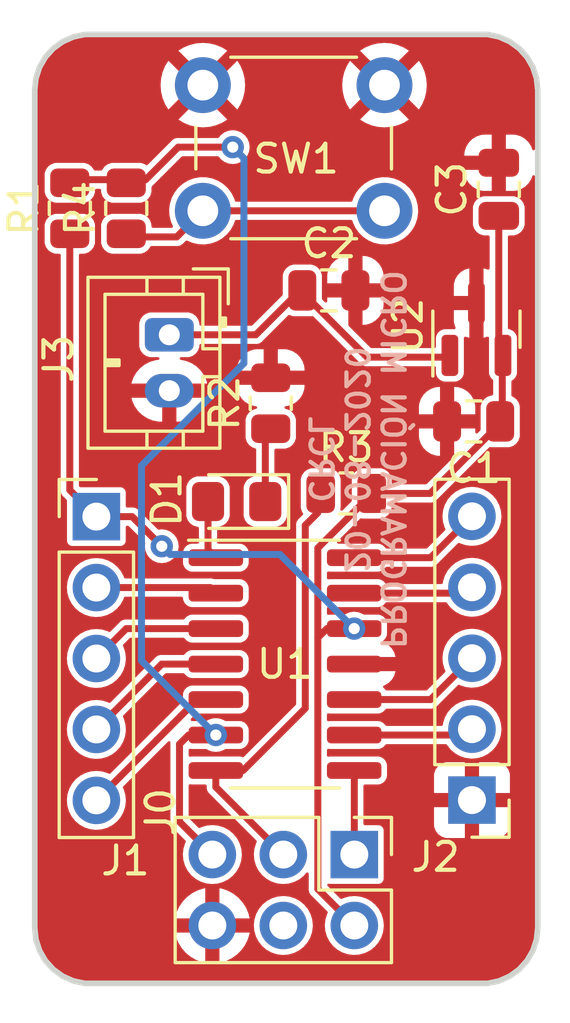
<source format=kicad_pcb>
(kicad_pcb (version 20211014) (generator pcbnew)
  (layers (0 "F.Cu" signal) (31 "B.Cu" signal) (34 "B.Paste" user) (35 "F.Paste" user) (36 "B.SilkS" user "B.Silkscreen") (37 "F.SilkS" user "F.Silkscreen") (38 "B.Mask" user) (39 "F.Mask" user) (44 "Edge.Cuts" user))
  (net 0 "")
  (net 1 "+3V3")
  (net 2 "GND")
  (net 3 "+BATT")
  (net 4 "Net-(D1-Pad1)")
  (net 5 "LED")
  (net 6 "SWDIO")
  (net 7 "SWCLK")
  (net 8 "GPIO_1")
  (net 9 "GPIO_2")
  (net 10 "GPIO_3")
  (net 11 "GPIO_4")
  (net 12 "GPIO_8")
  (net 13 "GPIO_7")
  (net 14 "GPIO_6")
  (net 15 "GPIO_5")
  (net 16 "Net-(R4-Pad1)")
  (net 17 "RESET")
  (footprint "Capacitor_SMD:C_0805_2012Metric" (layer "F.Cu") (at 206.94 95.13 180)
    (fp_text reference "C1" (at 0 -1.68 180) (layer "F.SilkS"))
    (fp_text value "0.1uF")
    (fp_line (start -0.261252 0.735) (end 0.261252 0.735) (layer "F.SilkS") (width 0.12))
    (fp_line (start -0.261252 -0.735) (end 0.261252 -0.735) (layer "F.SilkS") (width 0.12))
    (pad "1" smd roundrect (at -0.95 0 180) (size 1 1.45) (layers "F.Cu" "F.Paste" "F.Mask") (net 1 "+3V3"))
    (pad "2" smd roundrect (at 0.95 0 180) (size 1 1.45) (layers "F.Cu" "F.Paste" "F.Mask") (net 2 "GND"))
  )
  (footprint "Capacitor_SMD:C_0805_2012Metric" (layer "F.Cu") (at 201.76 90.44)
    (fp_text reference "C2" (at 0 -1.68) (layer "F.SilkS"))
    (fp_text value "1uF")
    (fp_line (start -0.261252 0.735) (end 0.261252 0.735) (layer "F.SilkS") (width 0.12))
    (fp_line (start -0.261252 -0.735) (end 0.261252 -0.735) (layer "F.SilkS") (width 0.12))
    (pad "1" smd roundrect (at -0.95 0) (size 1 1.45) (layers "F.Cu" "F.Paste" "F.Mask") (net 3 "+BATT"))
    (pad "2" smd roundrect (at 0.95 0) (size 1 1.45) (layers "F.Cu" "F.Paste" "F.Mask") (net 2 "GND"))
  )
  (footprint "Capacitor_SMD:C_0805_2012Metric" (layer "F.Cu") (at 207.84 86.82 90)
    (fp_text reference "C3" (at 0 -1.68 90) (layer "F.SilkS"))
    (fp_text value "1uF")
    (fp_line (start -0.261252 0.735) (end 0.261252 0.735) (layer "F.SilkS") (width 0.12))
    (fp_line (start -0.261252 -0.735) (end 0.261252 -0.735) (layer "F.SilkS") (width 0.12))
    (pad "1" smd roundrect (at -0.95 0 90) (size 1 1.45) (layers "F.Cu" "F.Paste" "F.Mask") (net 1 "+3V3"))
    (pad "2" smd roundrect (at 0.95 0 90) (size 1 1.45) (layers "F.Cu" "F.Paste" "F.Mask") (net 2 "GND"))
  )
  (footprint "LED_SMD:LED_0805_2012Metric_Pad1.15x1.40mm_HandSolder" (layer "F.Cu") (at 198.46 98 180)
    (fp_text reference "D1" (at 2.5 0.08 270) (layer "F.SilkS"))
    (fp_text value "LED")
    (fp_line (start 1 -0.96) (end -1.86 -0.96) (layer "F.SilkS") (width 0.12))
    (fp_line (start -1.86 -0.96) (end -1.86 0.96) (layer "F.SilkS") (width 0.12))
    (fp_line (start -1.86 0.96) (end 1 0.96) (layer "F.SilkS") (width 0.12))
    (pad "1" smd roundrect (at -1.025 0 180) (size 1.15 1.4) (layers "F.Cu" "F.Paste" "F.Mask") (roundrect_rratio 0.217391) (net 4 "Net-(D1-Pad1)"))
    (pad "2" smd roundrect (at 1.025 0 180) (size 1.15 1.4) (layers "F.Cu" "F.Paste" "F.Mask") (roundrect_rratio 0.217391) (net 5 "LED"))
  )
  (footprint "Connector_PinHeader_2.54mm:PinHeader_2x03_P2.54mm_Vertical" (layer "F.Cu") (at 202.67 110.64 -90)
    (fp_text reference "J0" (at -1.52 6.93 90) (layer "F.SilkS"))
    (fp_text value "SWD_PGM")
    (fp_line (start -1.33 -1.33) (end 0 -1.33) (layer "F.SilkS") (width 0.12))
    (fp_line (start -1.33 1.27) (end 1.27 1.27) (layer "F.SilkS") (width 0.12))
    (fp_line (start 1.27 1.27) (end 1.27 -1.33) (layer "F.SilkS") (width 0.12))
    (fp_line (start 1.27 -1.33) (end 3.87 -1.33) (layer "F.SilkS") (width 0.12))
    (fp_line (start -1.33 0) (end -1.33 -1.33) (layer "F.SilkS") (width 0.12))
    (fp_line (start -1.33 6.41) (end 3.87 6.41) (layer "F.SilkS") (width 0.12))
    (fp_line (start 3.87 -1.33) (end 3.87 6.41) (layer "F.SilkS") (width 0.12))
    (fp_line (start -1.33 1.27) (end -1.33 6.41) (layer "F.SilkS") (width 0.12))
    (pad "1" thru_hole rect (at 0 0 270) (size 1.7 1.7) (drill 1) (layers *.Cu *.Mask) (net 6 "SWDIO"))
    (pad "2" thru_hole oval (at 2.54 0 270) (size 1.7 1.7) (drill 1) (layers *.Cu *.Mask) (net 1 "+3V3"))
    (pad "3" thru_hole oval (at 0 2.54 270) (size 1.7 1.7) (drill 1) (layers *.Cu *.Mask) (net 7 "SWCLK"))
    (pad "4" thru_hole oval (at 2.54 2.54 270) (size 1.7 1.7) (drill 1) (layers *.Cu *.Mask))
    (pad "5" thru_hole oval (at 0 5.08 270) (size 1.7 1.7) (drill 1) (layers *.Cu *.Mask) (net 17 "RESET"))
    (pad "6" thru_hole oval (at 2.54 5.08 270) (size 1.7 1.7) (drill 1) (layers *.Cu *.Mask) (net 2 "GND"))
  )
  (footprint "Connector_PinHeader_2.54mm:PinHeader_1x05_P2.54mm_Vertical" (layer "F.Cu") (at 193.44 98.54)
    (fp_text reference "J1" (at 1.04 12.32) (layer "F.SilkS"))
    (fp_text value "GPIO_A")
    (fp_line (start -1.33 0) (end -1.33 -1.33) (layer "F.SilkS") (width 0.12))
    (fp_line (start -1.33 -1.33) (end 0 -1.33) (layer "F.SilkS") (width 0.12))
    (fp_line (start -1.33 1.27) (end -1.33 11.49) (layer "F.SilkS") (width 0.12))
    (fp_line (start 1.33 1.27) (end 1.33 11.49) (layer "F.SilkS") (width 0.12))
    (fp_line (start -1.33 11.49) (end 1.33 11.49) (layer "F.SilkS") (width 0.12))
    (fp_line (start -1.33 1.27) (end 1.33 1.27) (layer "F.SilkS") (width 0.12))
    (pad "1" thru_hole rect (at 0 0) (size 1.7 1.7) (drill 1) (layers *.Cu *.Mask) (net 1 "+3V3"))
    (pad "2" thru_hole oval (at 0 2.54) (size 1.7 1.7) (drill 1) (layers *.Cu *.Mask) (net 8 "GPIO_1"))
    (pad "3" thru_hole oval (at 0 5.08) (size 1.7 1.7) (drill 1) (layers *.Cu *.Mask) (net 9 "GPIO_2"))
    (pad "4" thru_hole oval (at 0 7.62) (size 1.7 1.7) (drill 1) (layers *.Cu *.Mask) (net 10 "GPIO_3"))
    (pad "5" thru_hole oval (at 0 10.16) (size 1.7 1.7) (drill 1) (layers *.Cu *.Mask) (net 11 "GPIO_4"))
  )
  (footprint "Connector_JST:JST_PH_B2B-PH-K_1x02_P2.00mm_Vertical" (layer "F.Cu") (at 196.05 92.03 -90)
    (fp_text reference "J3" (at 0.86 3.96 90) (layer "F.SilkS"))
    (fp_text value "Battery")
    (fp_line (start 3.45 2.3) (end 3.45 -1.2) (layer "F.SilkS") (width 0.12))
    (fp_line (start 4.06 -1.81) (end -2.06 -1.81) (layer "F.SilkS") (width 0.12))
    (fp_line (start 0.9 1.8) (end 1.1 1.8) (layer "F.SilkS") (width 0.12))
    (fp_line (start -0.6 -2.01) (end -0.6 -1.81) (layer "F.SilkS") (width 0.12))
    (fp_line (start 0.5 -1.81) (end 0.5 -1.2) (layer "F.SilkS") (width 0.12))
    (fp_line (start 1 2.3) (end 1 1.8) (layer "F.SilkS") (width 0.12))
    (fp_line (start -0.3 -1.81) (end -0.3 -2.01) (layer "F.SilkS") (width 0.12))
    (fp_line (start 4.06 -0.5) (end 3.45 -0.5) (layer "F.SilkS") (width 0.12))
    (fp_line (start -1.11 -2.11) (end -2.36 -2.11) (layer "F.SilkS") (width 0.12))
    (fp_line (start 4.06 0.8) (end 3.45 0.8) (layer "F.SilkS") (width 0.12))
    (fp_line (start -2.06 -1.81) (end -2.06 2.91) (layer "F.SilkS") (width 0.12))
    (fp_line (start -2.06 2.91) (end 4.06 2.91) (layer "F.SilkS") (width 0.12))
    (fp_line (start -2.06 -0.5) (end -1.45 -0.5) (layer "F.SilkS") (width 0.12))
    (fp_line (start -0.3 -2.01) (end -0.6 -2.01) (layer "F.SilkS") (width 0.12))
    (fp_line (start 4.06 2.91) (end 4.06 -1.81) (layer "F.SilkS") (width 0.12))
    (fp_line (start 0.5 -1.2) (end -1.45 -1.2) (layer "F.SilkS") (width 0.12))
    (fp_line (start 3.45 -1.2) (end 1.5 -1.2) (layer "F.SilkS") (width 0.12))
    (fp_line (start -2.36 -2.11) (end -2.36 -0.86) (layer "F.SilkS") (width 0.12))
    (fp_line (start -2.06 0.8) (end -1.45 0.8) (layer "F.SilkS") (width 0.12))
    (fp_line (start 0.9 2.3) (end 0.9 1.8) (layer "F.SilkS") (width 0.12))
    (fp_line (start -0.3 -1.91) (end -0.6 -1.91) (layer "F.SilkS") (width 0.12))
    (fp_line (start -1.45 2.3) (end 3.45 2.3) (layer "F.SilkS") (width 0.12))
    (fp_line (start 1.1 1.8) (end 1.1 2.3) (layer "F.SilkS") (width 0.12))
    (fp_line (start -1.45 -1.2) (end -1.45 2.3) (layer "F.SilkS") (width 0.12))
    (fp_line (start 1.5 -1.2) (end 1.5 -1.81) (layer "F.SilkS") (width 0.12))
    (pad "1" thru_hole roundrect (at 0 0 270) (size 1.2 1.75) (drill 0.75) (layers *.Cu *.Mask) (roundrect_rratio 0.208333) (net 3 "+BATT"))
    (pad "2" thru_hole oval (at 2 0 270) (size 1.2 1.75) (drill 0.75) (layers *.Cu *.Mask) (net 2 "GND"))
  )
  (footprint "Resistor_SMD:R_0805_2012Metric" (layer "F.Cu") (at 192.49 87.5 90)
    (fp_text reference "R1" (at 0 -1.65 90) (layer "F.SilkS"))
    (fp_text value "10k")
    (fp_line (start -0.227064 -0.735) (end 0.227064 -0.735) (layer "F.SilkS") (width 0.12))
    (fp_line (start -0.227064 0.735) (end 0.227064 0.735) (layer "F.SilkS") (width 0.12))
    (pad "1" smd roundrect (at -0.9125 0 90) (size 1.025 1.4) (layers "F.Cu" "F.Paste" "F.Mask") (roundrect_rratio 0.243902) (net 1 "+3V3"))
    (pad "2" smd roundrect (at 0.9125 0 90) (size 1.025 1.4) (layers "F.Cu" "F.Paste" "F.Mask") (roundrect_rratio 0.243902) (net 17 "RESET"))
  )
  (footprint "Resistor_SMD:R_0805_2012Metric" (layer "F.Cu") (at 199.68 94.48 90)
    (fp_text reference "R2" (at 0 -1.65 90) (layer "F.SilkS"))
    (fp_text value "1k")
    (fp_line (start -0.227064 0.735) (end 0.227064 0.735) (layer "F.SilkS") (width 0.12))
    (fp_line (start -0.227064 -0.735) (end 0.227064 -0.735) (layer "F.SilkS") (width 0.12))
    (pad "1" smd roundrect (at -0.9125 0 90) (size 1.025 1.4) (layers "F.Cu" "F.Paste" "F.Mask") (roundrect_rratio 0.243902) (net 4 "Net-(D1-Pad1)"))
    (pad "2" smd roundrect (at 0.9125 0 90) (size 1.025 1.4) (layers "F.Cu" "F.Paste" "F.Mask") (roundrect_rratio 0.243902) (net 2 "GND"))
  )
  (footprint "Resistor_SMD:R_0805_2012Metric" (layer "F.Cu") (at 194.51 87.5 90)
    (fp_text reference "R4" (at 0 -1.65 90) (layer "F.SilkS"))
    (fp_text value "330R")
    (fp_line (start -0.227064 -0.735) (end 0.227064 -0.735) (layer "F.SilkS") (width 0.12))
    (fp_line (start -0.227064 0.735) (end 0.227064 0.735) (layer "F.SilkS") (width 0.12))
    (pad "1" smd roundrect (at -0.9125 0 90) (size 1.025 1.4) (layers "F.Cu" "F.Paste" "F.Mask") (roundrect_rratio 0.243902) (net 16 "Net-(R4-Pad1)"))
    (pad "2" smd roundrect (at 0.9125 0 90) (size 1.025 1.4) (layers "F.Cu" "F.Paste" "F.Mask") (roundrect_rratio 0.243902) (net 17 "RESET"))
  )
  (footprint "Resistor_SMD:R_0805_2012Metric" (layer "F.Cu") (at 202.38 97.71)
    (fp_text reference "R3" (at 0 -1.65) (layer "F.SilkS"))
    (fp_text value "1k")
    (fp_line (start -0.227064 -0.735) (end 0.227064 -0.735) (layer "F.SilkS") (width 0.12))
    (fp_line (start -0.227064 0.735) (end 0.227064 0.735) (layer "F.SilkS") (width 0.12))
    (pad "1" smd roundrect (at -0.9125 0) (size 1.025 1.4) (layers "F.Cu" "F.Paste" "F.Mask") (roundrect_rratio 0.243902) (net 7 "SWCLK"))
    (pad "2" smd roundrect (at 0.9125 0) (size 1.025 1.4) (layers "F.Cu" "F.Paste" "F.Mask") (roundrect_rratio 0.243902) (net 1 "+3V3"))
  )
  (footprint "Button_Switch_THT:SW_PUSH_6mm" (layer "F.Cu") (at 203.75 87.59 180)
    (fp_text reference "SW1" (at 3.165 1.86) (layer "F.SilkS"))
    (fp_text value "SW_Push")
    (fp_line (start 1 5.5) (end 5.5 5.5) (layer "F.SilkS") (width 0.12))
    (fp_line (start -0.25 1.5) (end -0.25 3) (layer "F.SilkS") (width 0.12))
    (fp_line (start 6.75 3) (end 6.75 1.5) (layer "F.SilkS") (width 0.12))
    (fp_line (start 5.5 -1) (end 1 -1) (layer "F.SilkS") (width 0.12))
    (pad "1" thru_hole circle (at 6.5 0 270) (size 2 2) (drill 1.1) (layers *.Cu *.Mask) (net 16 "Net-(R4-Pad1)"))
    (pad "1" thru_hole circle (at 0 0 270) (size 2 2) (drill 1.1) (layers *.Cu *.Mask) (net 16 "Net-(R4-Pad1)"))
    (pad "2" thru_hole circle (at 0 4.5 270) (size 2 2) (drill 1.1) (layers *.Cu *.Mask) (net 2 "GND"))
    (pad "2" thru_hole circle (at 6.5 4.5 270) (size 2 2) (drill 1.1) (layers *.Cu *.Mask) (net 2 "GND"))
  )
  (footprint "Package_SO:SOIC-14_3.9x8.7mm_P1.27mm" (layer "F.Cu") (at 200.19 103.82)
    (fp_text reference "U1" (at 0 0) (layer "F.SilkS"))
    (fp_text value "ATSAMD10C14A-SS")
    (fp_line (start 0 -4.435) (end -3.45 -4.435) (layer "F.SilkS") (width 0.12))
    (fp_line (start 0 4.435) (end 1.95 4.435) (layer "F.SilkS") (width 0.12))
    (fp_line (start 0 4.435) (end -1.95 4.435) (layer "F.SilkS") (width 0.12))
    (fp_line (start 0 -4.435) (end 1.95 -4.435) (layer "F.SilkS") (width 0.12))
    (pad "1" smd roundrect (at -2.475 -3.81) (size 1.95 0.6) (layers "F.Cu" "F.Paste" "F.Mask") (net 5 "LED"))
    (pad "2" smd roundrect (at -2.475 -2.54) (size 1.95 0.6) (layers "F.Cu" "F.Paste" "F.Mask") (net 8 "GPIO_1"))
    (pad "3" smd roundrect (at -2.475 -1.27) (size 1.95 0.6) (layers "F.Cu" "F.Paste" "F.Mask") (net 9 "GPIO_2"))
    (pad "4" smd roundrect (at -2.475 0) (size 1.95 0.6) (layers "F.Cu" "F.Paste" "F.Mask") (net 10 "GPIO_3"))
    (pad "5" smd roundrect (at -2.475 1.27) (size 1.95 0.6) (layers "F.Cu" "F.Paste" "F.Mask") (net 11 "GPIO_4"))
    (pad "6" smd roundrect (at -2.475 2.54) (size 1.95 0.6) (layers "F.Cu" "F.Paste" "F.Mask") (net 17 "RESET"))
    (pad "7" smd roundrect (at -2.475 3.81) (size 1.95 0.6) (layers "F.Cu" "F.Paste" "F.Mask") (net 7 "SWCLK"))
    (pad "8" smd roundrect (at 2.475 3.81) (size 1.95 0.6) (layers "F.Cu" "F.Paste" "F.Mask") (net 6 "SWDIO"))
    (pad "9" smd roundrect (at 2.475 2.54) (size 1.95 0.6) (layers "F.Cu" "F.Paste" "F.Mask") (net 12 "GPIO_8"))
    (pad "10" smd roundrect (at 2.475 1.27) (size 1.95 0.6) (layers "F.Cu" "F.Paste" "F.Mask") (net 13 "GPIO_7"))
    (pad "11" smd roundrect (at 2.475 0) (size 1.95 0.6) (layers "F.Cu" "F.Paste" "F.Mask") (net 2 "GND"))
    (pad "12" smd roundrect (at 2.475 -1.27) (size 1.95 0.6) (layers "F.Cu" "F.Paste" "F.Mask") (net 1 "+3V3"))
    (pad "13" smd roundrect (at 2.475 -2.54) (size 1.95 0.6) (layers "F.Cu" "F.Paste" "F.Mask") (net 14 "GPIO_6"))
    (pad "14" smd roundrect (at 2.475 -3.81) (size 1.95 0.6) (layers "F.Cu" "F.Paste" "F.Mask") (net 15 "GPIO_5"))
  )
  (footprint "Package_TO_SOT_SMD:SOT-23" (layer "F.Cu") (at 207.04 91.83 90)
    (fp_text reference "U2" (at 0.12 -2.45 90) (layer "F.SilkS"))
    (fp_text value "AP7333-33SRG-7")
    (fp_line (start 0 1.56) (end -0.65 1.56) (layer "F.SilkS") (width 0.12))
    (fp_line (start 0 1.56) (end 0.65 1.56) (layer "F.SilkS") (width 0.12))
    (fp_line (start 0 -1.56) (end 0.65 -1.56) (layer "F.SilkS") (width 0.12))
    (fp_line (start 0 -1.56) (end -1.675 -1.56) (layer "F.SilkS") (width 0.12))
    (pad "1" smd roundrect (at -0.9375 -0.95 90) (size 1.475 0.6) (layers "F.Cu" "F.Paste" "F.Mask") (net 3 "+BATT"))
    (pad "2" smd roundrect (at -0.9375 0.95 90) (size 1.475 0.6) (layers "F.Cu" "F.Paste" "F.Mask") (net 1 "+3V3"))
    (pad "3" smd roundrect (at 0.9375 0 90) (size 1.475 0.6) (layers "F.Cu" "F.Paste" "F.Mask") (net 2 "GND"))
  )
  (footprint "Connector_PinHeader_2.54mm:PinHeader_1x05_P2.54mm_Vertical" (layer "F.Cu") (at 206.88 108.69 180)
    (fp_text reference "J2" (at 1.3 -2.04) (layer "F.SilkS"))
    (fp_text value "GPIO_B")
    (fp_line (start -1.33 11.49) (end 1.33 11.49) (layer "F.SilkS") (width 0.12))
    (fp_line (start -1.33 1.27) (end 1.33 1.27) (layer "F.SilkS") (width 0.12))
    (fp_line (start -1.33 0) (end -1.33 -1.33) (layer "F.SilkS") (width 0.12))
    (fp_line (start -1.33 1.27) (end -1.33 11.49) (layer "F.SilkS") (width 0.12))
    (fp_line (start -1.33 -1.33) (end 0 -1.33) (layer "F.SilkS") (width 0.12))
    (fp_line (start 1.33 1.27) (end 1.33 11.49) (layer "F.SilkS") (width 0.12))
    (pad "1" thru_hole rect (at 0 0 180) (size 1.7 1.7) (drill 1) (layers *.Cu *.Mask) (net 2 "GND"))
    (pad "2" thru_hole oval (at 0 2.54 180) (size 1.7 1.7) (drill 1) (layers *.Cu *.Mask) (net 12 "GPIO_8"))
    (pad "3" thru_hole oval (at 0 5.08 180) (size 1.7 1.7) (drill 1) (layers *.Cu *.Mask) (net 13 "GPIO_7"))
    (pad "4" thru_hole oval (at 0 7.62 180) (size 1.7 1.7) (drill 1) (layers *.Cu *.Mask) (net 14 "GPIO_6"))
    (pad "5" thru_hole oval (at 0 10.16 180) (size 1.7 1.7) (drill 1) (layers *.Cu *.Mask) (net 15 "GPIO_5"))
  )
  (gr_line (start 208.23405 114.996) (end 208.57231 114.7503) (layer "Edge.Cuts") (width 0.2))
  (gr_line (start 209.06114 82.4505) (end 208.85208 82.0884) (layer "Edge.Cuts") (width 0.2))
  (gr_line (start 191.27777 82.8482) (end 191.23405 83.264) (layer "Edge.Cuts") (width 0.2))
  (gr_line (start 209.19033 82.8482) (end 209.06114 82.4505) (layer "Edge.Cuts") (width 0.2))
  (gr_line (start 208.57231 114.7503) (end 208.85208 114.4396) (layer "Edge.Cuts") (width 0.2))
  (gr_line (start 191.61602 82.0884) (end 191.40696 82.4505) (layer "Edge.Cuts") (width 0.2))
  (gr_line (start 209.19033 113.6798) (end 209.23405 113.264) (layer "Edge.Cuts") (width 0.2))
  (gr_line (start 209.23405 113.264) (end 209.23405 83.264) (layer "Edge.Cuts") (width 0.2))
  (gr_line (start 191.61602 114.4396) (end 191.89579 114.7503) (layer "Edge.Cuts") (width 0.2))
  (gr_line (start 191.23405 83.264) (end 191.23405 113.264) (layer "Edge.Cuts") (width 0.2))
  (gr_line (start 192.61602 115.1661) (end 193.025 115.253) (layer "Edge.Cuts") (width 0.2))
  (gr_line (start 209.06114 114.0775) (end 209.19033 113.6798) (layer "Edge.Cuts") (width 0.2))
  (gr_line (start 191.89579 81.7777) (end 191.61602 82.0884) (layer "Edge.Cuts") (width 0.2))
  (gr_line (start 208.85208 82.0884) (end 208.57231 81.7777) (layer "Edge.Cuts") (width 0.2))
  (gr_line (start 207.85208 115.1661) (end 208.23405 114.996) (layer "Edge.Cuts") (width 0.2))
  (gr_line (start 192.23405 114.996) (end 192.61602 115.1661) (layer "Edge.Cuts") (width 0.2))
  (gr_line (start 191.40696 82.4505) (end 191.27777 82.8482) (layer "Edge.Cuts") (width 0.2))
  (gr_line (start 191.89579 114.7503) (end 192.23405 114.996) (layer "Edge.Cuts") (width 0.2))
  (gr_line (start 207.85208 81.3619) (end 207.4431 81.275) (layer "Edge.Cuts") (width 0.2))
  (gr_line (start 191.23405 113.264) (end 191.27777 113.6798) (layer "Edge.Cuts") (width 0.2))
  (gr_line (start 208.23405 81.532) (end 207.85208 81.3619) (layer "Edge.Cuts") (width 0.2))
  (gr_line (start 208.57231 81.7777) (end 208.23405 81.532) (layer "Edge.Cuts") (width 0.2))
  (gr_line (start 191.27777 113.6798) (end 191.40696 114.0775) (layer "Edge.Cuts") (width 0.2))
  (gr_line (start 192.61602 81.3619) (end 192.23405 81.532) (layer "Edge.Cuts") (width 0.2))
  (gr_line (start 192.23405 81.532) (end 191.89579 81.7777) (layer "Edge.Cuts") (width 0.2))
  (gr_line (start 209.23405 83.264) (end 209.19033 82.8482) (layer "Edge.Cuts") (width 0.2))
  (gr_line (start 193.025 81.275) (end 192.61602 81.3619) (layer "Edge.Cuts") (width 0.2))
  (gr_line (start 207.4431 81.275) (end 193.025 81.275) (layer "Edge.Cuts") (width 0.2))
  (gr_line (start 193.025 115.253) (end 207.4431 115.253) (layer "Edge.Cuts") (width 0.2))
  (gr_line (start 208.85208 114.4396) (end 209.06114 114.0775) (layer "Edge.Cuts") (width 0.2))
  (gr_line (start 191.40696 114.0775) (end 191.61602 114.4396) (layer "Edge.Cuts") (width 0.2))
  (gr_line (start 207.4431 115.253) (end 207.85208 115.1661) (layer "Edge.Cuts") (width 0.2))
  (gr_text "PROGRAMACIÓN MICRO\n20-08-2020\nCRCL" (at 202.75 96.5 270) (layer "B.SilkS") (effects (font (size 0.8 0.8)) (justify mirror)))
  (segment (start 194.72 98.54) (end 195.78 99.6) (width 0.25) (layer "F.Cu") (net 1))
  (segment (start 193.44 98.54) (end 194.72 98.54) (width 0.25) (layer "F.Cu") (net 1))
  (segment (start 205.385 97.71) (end 207.965 95.13) (width 0.25) (layer "F.Cu") (net 1))
  (segment (start 202.67 113.18) (end 201.36499 111.87499) (width 0.25) (layer "F.Cu") (net 1))
  (segment (start 201.69 102.55) (end 202.665 102.55) (width 0.25) (layer "F.Cu") (net 1))
  (segment (start 203.405 97.71) (end 203.318232 97.71) (width 0.25) (layer "F.Cu") (net 1))
  (segment (start 192.49 97.59) (end 193.44 98.54) (width 0.25) (layer "F.Cu") (net 1))
  (segment (start 201.36499 111.87499) (end 201.36499 102.87501) (width 0.25) (layer "F.Cu") (net 1))
  (segment (start 201.36499 99.663242) (end 201.36499 102.87501) (width 0.25) (layer "F.Cu") (net 1))
  (segment (start 203.318232 97.71) (end 201.36499 99.663242) (width 0.25) (layer "F.Cu") (net 1))
  (segment (start 207.965 95.13) (end 207.965 92.855) (width 0.25) (layer "F.Cu") (net 1))
  (segment (start 207.84 87.845) (end 207.84 92.68) (width 0.25) (layer "F.Cu") (net 1))
  (segment (start 207.84 92.68) (end 207.99 92.83) (width 0.25) (layer "F.Cu") (net 1))
  (segment (start 203.405 97.71) (end 205.385 97.71) (width 0.25) (layer "F.Cu") (net 1))
  (segment (start 192.49 88.525) (end 192.49 97.59) (width 0.25) (layer "F.Cu") (net 1))
  (segment (start 207.965 92.855) (end 207.99 92.83) (width 0.25) (layer "F.Cu") (net 1))
  (segment (start 201.36499 102.87501) (end 201.69 102.55) (width 0.25) (layer "F.Cu") (net 1))
  (via (at 202.665 102.55) (size 0.8) (drill 0.4) (layers "F.Cu" "B.Cu") (net 1))
  (via (at 195.78 99.6) (size 0.8) (drill 0.4) (layers "F.Cu" "B.Cu") (net 1))
  (segment (start 196.074999 99.894999) (end 200.009999 99.894999) (width 0.25) (layer "B.Cu") (net 1))
  (segment (start 195.78 99.6) (end 196.074999 99.894999) (width 0.25) (layer "B.Cu") (net 1))
  (segment (start 200.009999 99.894999) (end 202.665 102.55) (width 0.25) (layer "B.Cu") (net 1))
  (segment (start 206.09 92.83) (end 203.125 92.83) (width 0.25) (layer "F.Cu") (net 3))
  (segment (start 203.125 92.83) (end 200.735 90.44) (width 0.25) (layer "F.Cu") (net 3))
  (segment (start 196.05 92.03) (end 199.145 92.03) (width 0.25) (layer "F.Cu") (net 3))
  (segment (start 199.145 92.03) (end 200.735 90.44) (width 0.25) (layer "F.Cu") (net 3))
  (segment (start 199.595 95.59) (end 199.68 95.505) (width 0.25) (layer "F.Cu") (net 4))
  (segment (start 199.485 98) (end 199.485 95.7) (width 0.25) (layer "F.Cu") (net 4))
  (segment (start 199.485 95.7) (end 199.68 95.505) (width 0.25) (layer "F.Cu") (net 4))
  (segment (start 197.435 98) (end 197.435 99.73) (width 0.25) (layer "F.Cu") (net 5))
  (segment (start 197.435 99.73) (end 197.715 100.01) (width 0.25) (layer "F.Cu") (net 5))
  (segment (start 202.67 107.635) (end 202.665 107.63) (width 0.25) (layer "F.Cu") (net 6))
  (segment (start 202.67 110.64) (end 202.67 107.635) (width 0.25) (layer "F.Cu") (net 6))
  (segment (start 197.715 107.63) (end 198.69 107.63) (width 0.25) (layer "F.Cu") (net 7))
  (segment (start 200.91498 98.85002) (end 200.91498 105.40502) (width 0.25) (layer "F.Cu") (net 7))
  (segment (start 200.13 110.64) (end 197.715 108.225) (width 0.25) (layer "F.Cu") (net 7))
  (segment (start 198.69 107.63) (end 200.91498 105.40502) (width 0.25) (layer "F.Cu") (net 7))
  (segment (start 197.715 108.225) (end 197.715 107.63) (width 0.25) (layer "F.Cu") (net 7))
  (segment (start 201.355 98.41) (end 200.91498 98.85002) (width 0.25) (layer "F.Cu") (net 7))
  (segment (start 201.355 97.71) (end 201.355 98.41) (width 0.25) (layer "F.Cu") (net 7))
  (segment (start 193.44 101.08) (end 197.515 101.08) (width 0.25) (layer "F.Cu") (net 8))
  (segment (start 197.515 101.08) (end 197.715 101.28) (width 0.25) (layer "F.Cu") (net 8))
  (segment (start 193.44 103.62) (end 194.51 102.55) (width 0.25) (layer "F.Cu") (net 9))
  (segment (start 194.51 102.55) (end 197.715 102.55) (width 0.25) (layer "F.Cu") (net 9))
  (segment (start 195.78 103.82) (end 197.715 103.82) (width 0.25) (layer "F.Cu") (net 10))
  (segment (start 193.44 106.16) (end 195.78 103.82) (width 0.25) (layer "F.Cu") (net 10))
  (segment (start 197.05 105.09) (end 197.715 105.09) (width 0.25) (layer "F.Cu") (net 11))
  (segment (start 193.44 108.7) (end 197.05 105.09) (width 0.25) (layer "F.Cu") (net 11))
  (segment (start 202.665 106.36) (end 206.67 106.36) (width 0.25) (layer "F.Cu") (net 12))
  (segment (start 206.67 106.36) (end 206.88 106.15) (width 0.25) (layer "F.Cu") (net 12))
  (segment (start 202.665 105.09) (end 205.4 105.09) (width 0.25) (layer "F.Cu") (net 13))
  (segment (start 205.4 105.09) (end 206.88 103.61) (width 0.25) (layer "F.Cu") (net 13))
  (segment (start 206.67 101.28) (end 206.88 101.07) (width 0.25) (layer "F.Cu") (net 14))
  (segment (start 202.665 101.28) (end 206.67 101.28) (width 0.25) (layer "F.Cu") (net 14))
  (segment (start 202.665 100.01) (end 205.4 100.01) (width 0.25) (layer "F.Cu") (net 15))
  (segment (start 205.4 100.01) (end 206.88 98.53) (width 0.25) (layer "F.Cu") (net 15))
  (segment (start 196.315 88.525) (end 197.25 87.59) (width 0.25) (layer "F.Cu") (net 16))
  (segment (start 194.51 88.525) (end 196.315 88.525) (width 0.25) (layer "F.Cu") (net 16))
  (segment (start 197.25 87.59) (end 203.75 87.59) (width 0.25) (layer "F.Cu") (net 16))
  (segment (start 194.51 86.475) (end 195.205 86.475) (width 0.25) (layer "F.Cu") (net 17))
  (segment (start 196.41499 109.46499) (end 196.41499 106.68501) (width 0.25) (layer "F.Cu") (net 17))
  (segment (start 192.49 86.475) (end 194.51 86.475) (width 0.25) (layer "F.Cu") (net 17))
  (segment (start 196.37 85.31) (end 198.32 85.31) (width 0.25) (layer "F.Cu") (net 17))
  (segment (start 196.41499 106.68501) (end 196.74 106.36) (width 0.25) (layer "F.Cu") (net 17))
  (segment (start 195.205 86.475) (end 196.37 85.31) (width 0.25) (layer "F.Cu") (net 17))
  (segment (start 197.59 110.64) (end 196.41499 109.46499) (width 0.25) (layer "F.Cu") (net 17))
  (segment (start 196.74 106.36) (end 197.715 106.36) (width 0.25) (layer "F.Cu") (net 17))
  (via (at 198.32 85.31) (size 0.8) (drill 0.4) (layers "F.Cu" "B.Cu") (net 17))
  (via (at 197.715 106.36) (size 0.8) (drill 0.4) (layers "F.Cu" "B.Cu") (net 17))
  (segment (start 195.054999 96.715001) (end 195.054999 103.699999) (width 0.25) (layer "B.Cu") (net 17))
  (segment (start 198.719999 93.050001) (end 195.054999 96.715001) (width 0.25) (layer "B.Cu") (net 17))
  (segment (start 195.054999 103.699999) (end 197.715 106.36) (width 0.25) (layer "B.Cu") (net 17))
  (segment (start 198.719999 85.709999) (end 198.719999 93.050001) (width 0.25) (layer "B.Cu") (net 17))
  (segment (start 198.32 85.31) (end 198.719999 85.709999) (width 0.25) (layer "B.Cu") (net 17))
  (zone (net 2) (net_name "GND") (layer "F.Cu") (connect_pads (clearance 0.1)) (min_thickness 0.1) (fill yes (thermal_gap 0.508) (thermal_bridge_width 0.508))
    (polygon (pts (xy 210.23 80.53) (xy 210.15 116.69) (xy 190.42 116.69) (xy 190.4 80.5)))
  )
)
</source>
